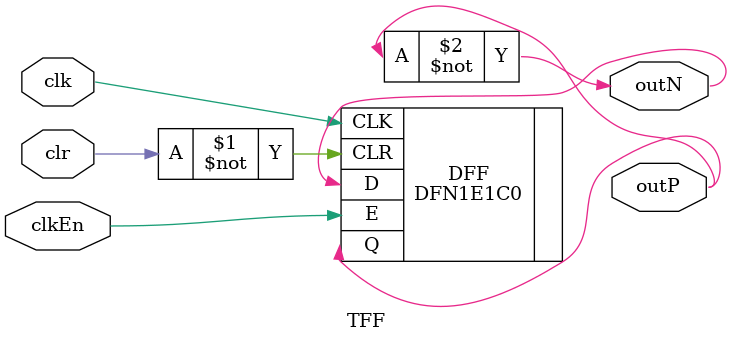
<source format=v>
`timescale 1ns / 1ps


module TFF(
		input 	clk,		//	Clock input.
		input 	clr,		// Active high, asynchronous reset signal.
		input 	clkEn,	// Enable signal.
		output 	outP,		//	Output signal.
		output 	outN		// Inverted ouput signal.
	);

//	Instantiation of data flip-flop:
	DFN1E1C0 DFF (
		.Q(outP),
		.CLK(clk),
		.E(clkEn),
		.CLR(~clr),
		.D(outN)
	);

//	Instantiation of inverter:
	assign outN = ~outP;

endmodule

</source>
